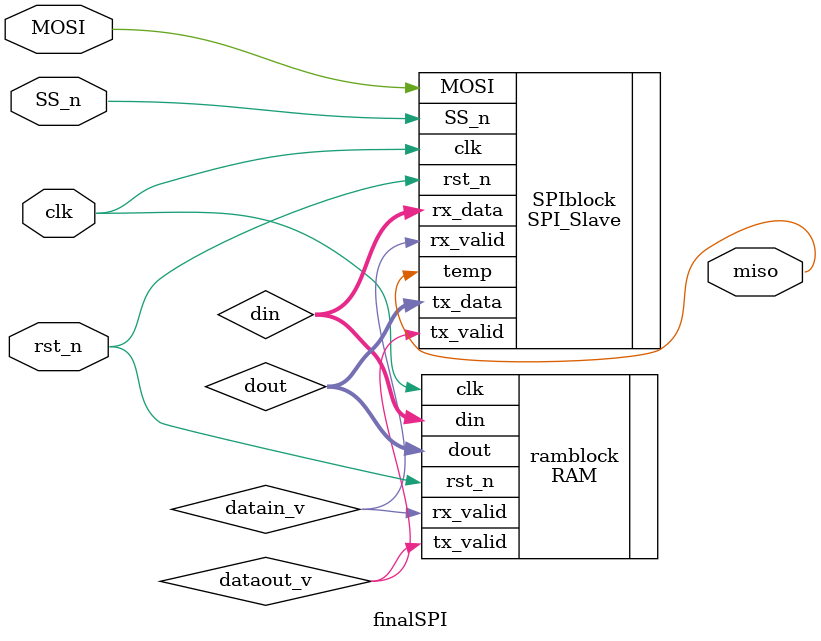
<source format=v>
module finalSPI (MOSI,miso,SS_n,clk,rst_n);
    //defining inputs and outputs...........
    input MOSI,SS_n,clk,rst_n;
    output  miso;
    //defining internal signals.............
    wire [9:0] din;
    wire datain_v,dataout_v;  //rx_valid and tx_valid
    wire [7:0] dout;
    //wire innermiso;

    //inistantiating SPI_Slave block
    SPI_Slave SPIblock (.MOSI(MOSI),.temp(miso),.SS_n(SS_n),.clk(clk),.rst_n(rst_n),.rx_data(din),.rx_valid(datain_v),.tx_data(dout),.tx_valid(dataout_v));

    //inistantiating RAM block
    RAM #(256,8) ramblock ( .din(din),.clk(clk),.rst_n(rst_n),.rx_valid(datain_v),.dout(dout),.tx_valid(dataout_v));


endmodule
</source>
